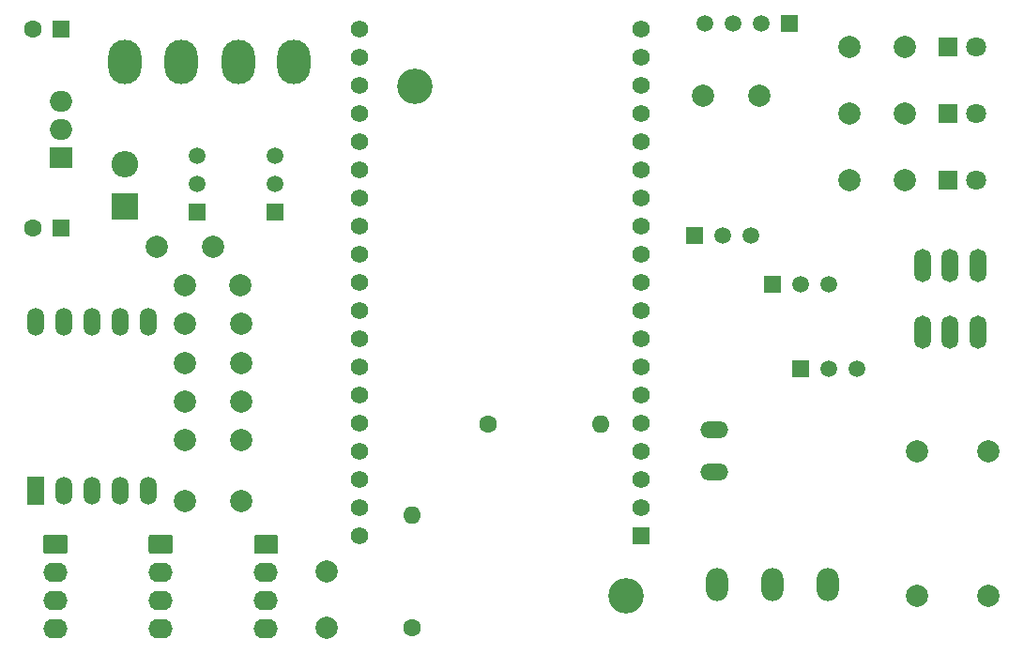
<source format=gbr>
%TF.GenerationSoftware,KiCad,Pcbnew,5.1.5+dfsg1-2build2*%
%TF.CreationDate,2021-04-17T13:08:46-03:00*%
%TF.ProjectId,miniShieldESP32,6d696e69-5368-4696-956c-644553503332,rev?*%
%TF.SameCoordinates,Original*%
%TF.FileFunction,Soldermask,Bot*%
%TF.FilePolarity,Negative*%
%FSLAX46Y46*%
G04 Gerber Fmt 4.6, Leading zero omitted, Abs format (unit mm)*
G04 Created by KiCad (PCBNEW 5.1.5+dfsg1-2build2) date 2021-04-17 13:08:46*
%MOMM*%
%LPD*%
G04 APERTURE LIST*
%ADD10C,3.200000*%
%ADD11C,1.998980*%
%ADD12C,1.560000*%
%ADD13R,1.560000X1.560000*%
%ADD14O,3.000000X4.000000*%
%ADD15O,1.500000X3.000000*%
%ADD16O,1.600000X1.600000*%
%ADD17C,1.600000*%
%ADD18O,2.524000X1.524000*%
%ADD19O,2.190000X1.740000*%
%ADD20C,0.100000*%
%ADD21R,1.600000X1.600000*%
%ADD22R,1.500000X1.500000*%
%ADD23C,1.500000*%
%ADD24O,2.400000X2.400000*%
%ADD25R,2.400000X2.400000*%
%ADD26R,1.524000X2.524000*%
%ADD27O,1.524000X2.524000*%
%ADD28O,2.000000X1.905000*%
%ADD29R,2.000000X1.905000*%
%ADD30C,1.800000*%
%ADD31R,1.800000X1.800000*%
%ADD32C,2.000000*%
%ADD33O,2.000000X3.000000*%
G04 APERTURE END LIST*
D10*
%TO.C,REF\002A\002A*%
X146814360Y-100470000D03*
%TD*%
%TO.C,REF\002A\002A*%
X127814360Y-54470000D03*
%TD*%
D11*
%TO.C,R15*%
X153785000Y-55350000D03*
X158824360Y-55350000D03*
%TD*%
D12*
%TO.C,U1*%
X122795000Y-49360000D03*
X122795000Y-51900000D03*
X122795000Y-54440000D03*
X122795000Y-56980000D03*
X122795000Y-59520000D03*
X122795000Y-62060000D03*
X122795000Y-64600000D03*
X122795000Y-67140000D03*
X122795000Y-69680000D03*
X122795000Y-72220000D03*
X122795000Y-74760000D03*
X122795000Y-77300000D03*
X122795000Y-79840000D03*
X122795000Y-82380000D03*
X122795000Y-84920000D03*
X122795000Y-87460000D03*
X122795000Y-90000000D03*
X122795000Y-92540000D03*
X122795000Y-95080000D03*
X148195000Y-51900000D03*
X148195000Y-54440000D03*
X148195000Y-56980000D03*
X148195000Y-59520000D03*
X148195000Y-62060000D03*
X148195000Y-64600000D03*
X148195000Y-67140000D03*
X148195000Y-69680000D03*
X148195000Y-72220000D03*
X148195000Y-74760000D03*
X148195000Y-77300000D03*
X148195000Y-79840000D03*
X148195000Y-82380000D03*
X148195000Y-84920000D03*
X148195000Y-87460000D03*
X148195000Y-90000000D03*
X148195000Y-49360000D03*
X148195000Y-92540000D03*
D13*
X148195000Y-95080000D03*
%TD*%
D14*
%TO.C,J2*%
X111855000Y-52280000D03*
X116855000Y-52280000D03*
%TD*%
%TO.C,J1*%
X101665000Y-52275000D03*
X106665000Y-52275000D03*
%TD*%
D15*
%TO.C,SW3*%
X178585000Y-70720000D03*
X176085000Y-70720000D03*
X173585000Y-70720000D03*
X173585000Y-76720000D03*
X176085000Y-76720000D03*
X178585000Y-76720000D03*
%TD*%
D11*
%TO.C,R13*%
X119845000Y-98290000D03*
X119845000Y-103329360D03*
%TD*%
D16*
%TO.C,R14*%
X127545000Y-93170000D03*
D17*
X127545000Y-103330000D03*
%TD*%
D16*
%TO.C,R12*%
X144545000Y-84970000D03*
D17*
X134385000Y-84970000D03*
%TD*%
D18*
%TO.C,R11*%
X154795000Y-89280000D03*
X154795000Y-85470000D03*
%TD*%
D19*
%TO.C,J5*%
X114365000Y-103445000D03*
X114365000Y-100905000D03*
X114365000Y-98365000D03*
D20*
G36*
X115234505Y-94956204D02*
G01*
X115258773Y-94959804D01*
X115282572Y-94965765D01*
X115305671Y-94974030D01*
X115327850Y-94984520D01*
X115348893Y-94997132D01*
X115368599Y-95011747D01*
X115386777Y-95028223D01*
X115403253Y-95046401D01*
X115417868Y-95066107D01*
X115430480Y-95087150D01*
X115440970Y-95109329D01*
X115449235Y-95132428D01*
X115455196Y-95156227D01*
X115458796Y-95180495D01*
X115460000Y-95204999D01*
X115460000Y-96445001D01*
X115458796Y-96469505D01*
X115455196Y-96493773D01*
X115449235Y-96517572D01*
X115440970Y-96540671D01*
X115430480Y-96562850D01*
X115417868Y-96583893D01*
X115403253Y-96603599D01*
X115386777Y-96621777D01*
X115368599Y-96638253D01*
X115348893Y-96652868D01*
X115327850Y-96665480D01*
X115305671Y-96675970D01*
X115282572Y-96684235D01*
X115258773Y-96690196D01*
X115234505Y-96693796D01*
X115210001Y-96695000D01*
X113519999Y-96695000D01*
X113495495Y-96693796D01*
X113471227Y-96690196D01*
X113447428Y-96684235D01*
X113424329Y-96675970D01*
X113402150Y-96665480D01*
X113381107Y-96652868D01*
X113361401Y-96638253D01*
X113343223Y-96621777D01*
X113326747Y-96603599D01*
X113312132Y-96583893D01*
X113299520Y-96562850D01*
X113289030Y-96540671D01*
X113280765Y-96517572D01*
X113274804Y-96493773D01*
X113271204Y-96469505D01*
X113270000Y-96445001D01*
X113270000Y-95204999D01*
X113271204Y-95180495D01*
X113274804Y-95156227D01*
X113280765Y-95132428D01*
X113289030Y-95109329D01*
X113299520Y-95087150D01*
X113312132Y-95066107D01*
X113326747Y-95046401D01*
X113343223Y-95028223D01*
X113361401Y-95011747D01*
X113381107Y-94997132D01*
X113402150Y-94984520D01*
X113424329Y-94974030D01*
X113447428Y-94965765D01*
X113471227Y-94959804D01*
X113495495Y-94956204D01*
X113519999Y-94955000D01*
X115210001Y-94955000D01*
X115234505Y-94956204D01*
G37*
%TD*%
D19*
%TO.C,J4*%
X104865000Y-103445000D03*
X104865000Y-100905000D03*
X104865000Y-98365000D03*
D20*
G36*
X105734505Y-94956204D02*
G01*
X105758773Y-94959804D01*
X105782572Y-94965765D01*
X105805671Y-94974030D01*
X105827850Y-94984520D01*
X105848893Y-94997132D01*
X105868599Y-95011747D01*
X105886777Y-95028223D01*
X105903253Y-95046401D01*
X105917868Y-95066107D01*
X105930480Y-95087150D01*
X105940970Y-95109329D01*
X105949235Y-95132428D01*
X105955196Y-95156227D01*
X105958796Y-95180495D01*
X105960000Y-95204999D01*
X105960000Y-96445001D01*
X105958796Y-96469505D01*
X105955196Y-96493773D01*
X105949235Y-96517572D01*
X105940970Y-96540671D01*
X105930480Y-96562850D01*
X105917868Y-96583893D01*
X105903253Y-96603599D01*
X105886777Y-96621777D01*
X105868599Y-96638253D01*
X105848893Y-96652868D01*
X105827850Y-96665480D01*
X105805671Y-96675970D01*
X105782572Y-96684235D01*
X105758773Y-96690196D01*
X105734505Y-96693796D01*
X105710001Y-96695000D01*
X104019999Y-96695000D01*
X103995495Y-96693796D01*
X103971227Y-96690196D01*
X103947428Y-96684235D01*
X103924329Y-96675970D01*
X103902150Y-96665480D01*
X103881107Y-96652868D01*
X103861401Y-96638253D01*
X103843223Y-96621777D01*
X103826747Y-96603599D01*
X103812132Y-96583893D01*
X103799520Y-96562850D01*
X103789030Y-96540671D01*
X103780765Y-96517572D01*
X103774804Y-96493773D01*
X103771204Y-96469505D01*
X103770000Y-96445001D01*
X103770000Y-95204999D01*
X103771204Y-95180495D01*
X103774804Y-95156227D01*
X103780765Y-95132428D01*
X103789030Y-95109329D01*
X103799520Y-95087150D01*
X103812132Y-95066107D01*
X103826747Y-95046401D01*
X103843223Y-95028223D01*
X103861401Y-95011747D01*
X103881107Y-94997132D01*
X103902150Y-94984520D01*
X103924329Y-94974030D01*
X103947428Y-94965765D01*
X103971227Y-94959804D01*
X103995495Y-94956204D01*
X104019999Y-94955000D01*
X105710001Y-94955000D01*
X105734505Y-94956204D01*
G37*
%TD*%
D19*
%TO.C,J3*%
X95365000Y-103445000D03*
X95365000Y-100905000D03*
X95365000Y-98365000D03*
D20*
G36*
X96234505Y-94956204D02*
G01*
X96258773Y-94959804D01*
X96282572Y-94965765D01*
X96305671Y-94974030D01*
X96327850Y-94984520D01*
X96348893Y-94997132D01*
X96368599Y-95011747D01*
X96386777Y-95028223D01*
X96403253Y-95046401D01*
X96417868Y-95066107D01*
X96430480Y-95087150D01*
X96440970Y-95109329D01*
X96449235Y-95132428D01*
X96455196Y-95156227D01*
X96458796Y-95180495D01*
X96460000Y-95204999D01*
X96460000Y-96445001D01*
X96458796Y-96469505D01*
X96455196Y-96493773D01*
X96449235Y-96517572D01*
X96440970Y-96540671D01*
X96430480Y-96562850D01*
X96417868Y-96583893D01*
X96403253Y-96603599D01*
X96386777Y-96621777D01*
X96368599Y-96638253D01*
X96348893Y-96652868D01*
X96327850Y-96665480D01*
X96305671Y-96675970D01*
X96282572Y-96684235D01*
X96258773Y-96690196D01*
X96234505Y-96693796D01*
X96210001Y-96695000D01*
X94519999Y-96695000D01*
X94495495Y-96693796D01*
X94471227Y-96690196D01*
X94447428Y-96684235D01*
X94424329Y-96675970D01*
X94402150Y-96665480D01*
X94381107Y-96652868D01*
X94361401Y-96638253D01*
X94343223Y-96621777D01*
X94326747Y-96603599D01*
X94312132Y-96583893D01*
X94299520Y-96562850D01*
X94289030Y-96540671D01*
X94280765Y-96517572D01*
X94274804Y-96493773D01*
X94271204Y-96469505D01*
X94270000Y-96445001D01*
X94270000Y-95204999D01*
X94271204Y-95180495D01*
X94274804Y-95156227D01*
X94280765Y-95132428D01*
X94289030Y-95109329D01*
X94299520Y-95087150D01*
X94312132Y-95066107D01*
X94326747Y-95046401D01*
X94343223Y-95028223D01*
X94361401Y-95011747D01*
X94381107Y-94997132D01*
X94402150Y-94984520D01*
X94424329Y-94974030D01*
X94447428Y-94965765D01*
X94471227Y-94959804D01*
X94495495Y-94956204D01*
X94519999Y-94955000D01*
X96210001Y-94955000D01*
X96234505Y-94956204D01*
G37*
%TD*%
D17*
%TO.C,C1*%
X93365000Y-67325000D03*
D21*
X95865000Y-67325000D03*
%TD*%
D22*
%TO.C,Q5*%
X108165000Y-65865000D03*
D23*
X108165000Y-60785000D03*
X108165000Y-63325000D03*
%TD*%
D22*
%TO.C,Q4*%
X115165000Y-65865000D03*
D23*
X115165000Y-60785000D03*
X115165000Y-63325000D03*
%TD*%
D24*
%TO.C,D4*%
X101665000Y-61575000D03*
D25*
X101665000Y-65385000D03*
%TD*%
D11*
%TO.C,R10*%
X112123080Y-79470000D03*
X107083720Y-79470000D03*
%TD*%
%TO.C,R9*%
X112120520Y-75970000D03*
X107081160Y-75970000D03*
%TD*%
%TO.C,R8*%
X112123720Y-82970000D03*
X107084360Y-82970000D03*
%TD*%
%TO.C,R7*%
X112084360Y-86470000D03*
X107045000Y-86470000D03*
%TD*%
%TO.C,R6*%
X112123080Y-91970000D03*
X107083720Y-91970000D03*
%TD*%
%TO.C,R5*%
X112077960Y-72470000D03*
X107038600Y-72470000D03*
%TD*%
%TO.C,R4*%
X109584360Y-68970000D03*
X104545000Y-68970000D03*
%TD*%
D26*
%TO.C,AFF1*%
X93545000Y-90970000D03*
D27*
X96085000Y-90970000D03*
X98625000Y-90970000D03*
X101165000Y-90970000D03*
X103705000Y-90970000D03*
X103705000Y-75730000D03*
X101165000Y-75730000D03*
X98625000Y-75730000D03*
X96085000Y-75730000D03*
X93545000Y-75730000D03*
%TD*%
D28*
%TO.C,U3*%
X95865000Y-55825000D03*
X95865000Y-58365000D03*
D29*
X95865000Y-60905000D03*
%TD*%
D17*
%TO.C,C2*%
X93365000Y-49325000D03*
D21*
X95865000Y-49325000D03*
%TD*%
D11*
%TO.C,R2*%
X166965000Y-56970000D03*
X172004360Y-56970000D03*
%TD*%
%TO.C,R1*%
X166965000Y-62970000D03*
X172004360Y-62970000D03*
%TD*%
D30*
%TO.C,D3*%
X178405000Y-50970000D03*
D31*
X175865000Y-50970000D03*
%TD*%
D30*
%TO.C,D2*%
X178405000Y-56970000D03*
D31*
X175865000Y-56970000D03*
%TD*%
D30*
%TO.C,D1*%
X178405000Y-62970000D03*
D31*
X175865000Y-62970000D03*
%TD*%
D22*
%TO.C,Q2*%
X160045000Y-72365000D03*
D23*
X165125000Y-72365000D03*
X162585000Y-72365000D03*
%TD*%
D11*
%TO.C,R3*%
X166968200Y-50970000D03*
X172007560Y-50970000D03*
%TD*%
D23*
%TO.C,U2*%
X153925000Y-48850000D03*
X156465000Y-48850000D03*
X159005000Y-48850000D03*
D22*
X161545000Y-48850000D03*
%TD*%
D32*
%TO.C,SW2*%
X179545000Y-87470000D03*
X173045000Y-87470000D03*
%TD*%
%TO.C,SW1*%
X179545000Y-100470000D03*
X173045000Y-100470000D03*
%TD*%
D33*
%TO.C,RV1*%
X160043740Y-99470000D03*
X155042480Y-99470000D03*
X165045000Y-99470000D03*
%TD*%
D22*
%TO.C,Q3*%
X153005000Y-67970000D03*
D23*
X158085000Y-67970000D03*
X155545000Y-67970000D03*
%TD*%
D22*
%TO.C,Q1*%
X162545000Y-80010000D03*
D23*
X167625000Y-80010000D03*
X165085000Y-80010000D03*
%TD*%
M02*

</source>
